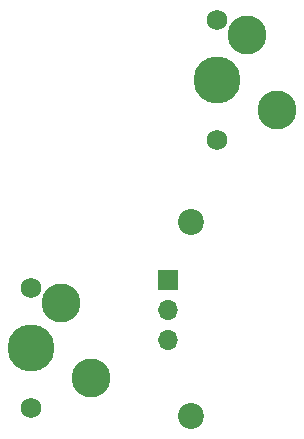
<source format=gbr>
%TF.GenerationSoftware,KiCad,Pcbnew,(6.0.7)*%
%TF.CreationDate,2023-01-05T19:36:13-06:00*%
%TF.ProjectId,OpenRectangle,4f70656e-5265-4637-9461-6e676c652e6b,rev?*%
%TF.SameCoordinates,Original*%
%TF.FileFunction,Soldermask,Top*%
%TF.FilePolarity,Negative*%
%FSLAX46Y46*%
G04 Gerber Fmt 4.6, Leading zero omitted, Abs format (unit mm)*
G04 Created by KiCad (PCBNEW (6.0.7)) date 2023-01-05 19:36:13*
%MOMM*%
%LPD*%
G01*
G04 APERTURE LIST*
%ADD10R,1.700000X1.700000*%
%ADD11O,1.700000X1.700000*%
%ADD12C,1.750000*%
%ADD13C,3.987800*%
%ADD14C,3.300000*%
%ADD15C,2.200000*%
G04 APERTURE END LIST*
D10*
%TO.C,J3*%
X270847609Y-107917148D03*
D11*
X270847609Y-110457148D03*
X270847609Y-112997148D03*
%TD*%
D12*
%TO.C,SW15*%
X259240743Y-118785648D03*
X259240743Y-108625648D03*
D13*
X259240743Y-113705648D03*
D14*
X261780743Y-109895648D03*
X264320743Y-116245648D03*
%TD*%
D15*
%TO.C,H4*%
X272807609Y-102972148D03*
%TD*%
%TO.C,H5*%
X272807609Y-119392148D03*
%TD*%
D12*
%TO.C,SW14*%
X275009743Y-96097648D03*
D13*
X275009743Y-91017648D03*
D12*
X275009743Y-85937648D03*
D14*
X277549743Y-87207648D03*
X280089743Y-93557648D03*
%TD*%
M02*

</source>
